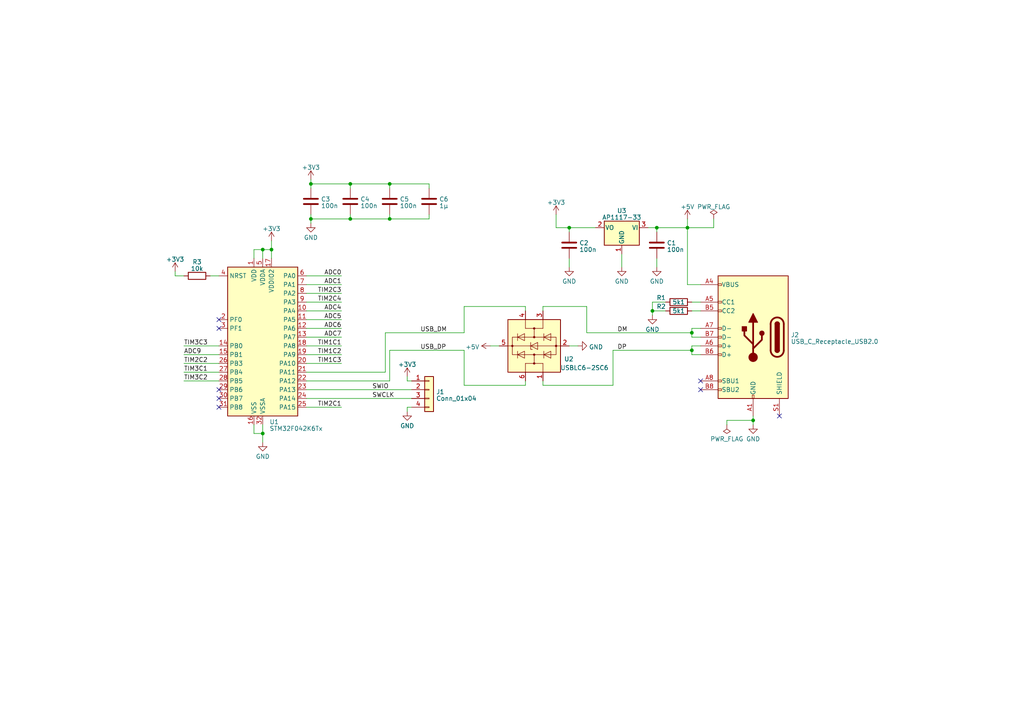
<source format=kicad_sch>
(kicad_sch (version 20230121) (generator eeschema)
  (paper "A4")
  (lib_symbols
    (symbol "Connector:USB_C_Receptacle_USB2.0" (pin_names (offset 1.016))
      (property "Reference" "J" (at -10.16 19.05 0))
      (property "Value" "USB_C_Receptacle_USB2.0" (at 19.05 19.05 0))
      (symbol "USB_C_Receptacle_USB2.0_0_0"
        (rectangle (start -0.254 -17.78) (end 0.254 -16.764))
        (rectangle (start 10.16 -14.986) (end 9.144 -15.494))
        (rectangle (start 10.16 -12.446) (end 9.144 -12.954))
        (rectangle (start 10.16 -4.826) (end 9.144 -5.334))
        (rectangle (start 10.16 -2.286) (end 9.144 -2.794))
        (rectangle (start 10.16 0.254) (end 9.144 -0.254))
        (rectangle (start 10.16 2.794) (end 9.144 2.286))
        (rectangle (start 10.16 7.874) (end 9.144 7.366))
        (rectangle (start 10.16 10.414) (end 9.144 9.906))
        (rectangle (start 10.16 15.494) (end 9.144 14.986))
      )
      (symbol "USB_C_Receptacle_USB2.0_0_1"
        (rectangle (start -10.16 17.78) (end 10.16 -17.78) (stroke (width 0.254)) (fill (type background)))
        (arc (start -8.89 -3.81) (mid -6.985 -5.7067) (end -5.08 -3.81) (stroke (width 0.508)))
        (arc (start -7.62 -3.81) (mid -6.985 -4.4423) (end -6.35 -3.81) (stroke (width 0.254)))
        (arc (start -7.62 -3.81) (mid -6.985 -4.4423) (end -6.35 -3.81) (stroke (width 0.254)) (fill (type outline)))
        (rectangle (start -7.62 -3.81) (end -6.35 3.81) (stroke (width 0.254)) (fill (type outline)))
        (arc (start -6.35 3.81) (mid -6.985 4.4423) (end -7.62 3.81) (stroke (width 0.254)))
        (arc (start -6.35 3.81) (mid -6.985 4.4423) (end -7.62 3.81) (stroke (width 0.254)) (fill (type outline)))
        (arc (start -5.08 3.81) (mid -6.985 5.7067) (end -8.89 3.81) (stroke (width 0.508)))
        (circle (center -2.54 1.143) (radius 0.635) (stroke (width 0.254)) (fill (type outline)))
        (circle (center 0 -5.842) (radius 1.27) (fill (type outline)))
        (polyline (pts (xy -8.89 -3.81) (xy -8.89 3.81)) (stroke (width 0.508)))
        (polyline (pts (xy -5.08 3.81) (xy -5.08 -3.81)) (stroke (width 0.508)))
        (polyline (pts (xy 0 -5.842) (xy 0 4.318)) (stroke (width 0.508)))
        (polyline (pts (xy 0 -3.302) (xy -2.54 -0.762) (xy -2.54 0.508)) (stroke (width 0.508)))
        (polyline (pts (xy 0 -2.032) (xy 2.54 0.508) (xy 2.54 1.778)) (stroke (width 0.508)))
        (polyline (pts (xy -1.27 4.318) (xy 0 6.858) (xy 1.27 4.318) (xy -1.27 4.318)) (stroke (width 0.254)) (fill (type outline)))
        (rectangle (start 1.905 1.778) (end 3.175 3.048) (stroke (width 0.254)) (fill (type outline)))
      )
      (symbol "USB_C_Receptacle_USB2.0_1_1"
        (pin passive line (at 0 -22.86 90) (length 5.08) (name "GND") (number "A1"))
        (pin passive line (at 0 -22.86 90) (length 5.08) hide (name "GND") (number "A12"))
        (pin passive line (at 15.24 15.24 180) (length 5.08) (name "VBUS") (number "A4"))
        (pin bidirectional line (at 15.24 10.16 180) (length 5.08) (name "CC1") (number "A5"))
        (pin bidirectional line (at 15.24 -2.54 180) (length 5.08) (name "D+") (number "A6"))
        (pin bidirectional line (at 15.24 2.54 180) (length 5.08) (name "D-") (number "A7"))
        (pin bidirectional line (at 15.24 -12.7 180) (length 5.08) (name "SBU1") (number "A8"))
        (pin passive line (at 15.24 15.24 180) (length 5.08) hide (name "VBUS") (number "A9"))
        (pin passive line (at 0 -22.86 90) (length 5.08) hide (name "GND") (number "B1"))
        (pin passive line (at 0 -22.86 90) (length 5.08) hide (name "GND") (number "B12"))
        (pin passive line (at 15.24 15.24 180) (length 5.08) hide (name "VBUS") (number "B4"))
        (pin bidirectional line (at 15.24 7.62 180) (length 5.08) (name "CC2") (number "B5"))
        (pin bidirectional line (at 15.24 -5.08 180) (length 5.08) (name "D+") (number "B6"))
        (pin bidirectional line (at 15.24 0 180) (length 5.08) (name "D-") (number "B7"))
        (pin bidirectional line (at 15.24 -15.24 180) (length 5.08) (name "SBU2") (number "B8"))
        (pin passive line (at 15.24 15.24 180) (length 5.08) hide (name "VBUS") (number "B9"))
        (pin passive line (at -7.62 -22.86 90) (length 5.08) (name "SHIELD") (number "S1"))
      )
    )
    (symbol "Connector_Generic:Conn_01x04" (pin_names (offset 1.016) hide)
      (property "Reference" "J" (at 0 5.08 0))
      (property "Value" "Conn_01x04" (at 0 -7.62 0))
      (symbol "Conn_01x04_1_1"
        (rectangle (start -1.27 -4.953) (end 0 -5.207) (stroke (width 0.1524)))
        (rectangle (start -1.27 -2.413) (end 0 -2.667) (stroke (width 0.1524)))
        (rectangle (start -1.27 0.127) (end 0 -0.127) (stroke (width 0.1524)))
        (rectangle (start -1.27 2.667) (end 0 2.413) (stroke (width 0.1524)))
        (rectangle (start -1.27 3.81) (end 1.27 -6.35) (stroke (width 0.254)) (fill (type background)))
        (pin passive line (at -5.08 2.54 0) (length 3.81) (name "Pin_1") (number "1"))
        (pin passive line (at -5.08 0 0) (length 3.81) (name "Pin_2") (number "2"))
        (pin passive line (at -5.08 -2.54 0) (length 3.81) (name "Pin_3") (number "3"))
        (pin passive line (at -5.08 -5.08 0) (length 3.81) (name "Pin_4") (number "4"))
      )
    )
    (symbol "Device:C" (pin_numbers hide) (pin_names (offset 0.254))
      (property "Reference" "C" (at 0.635 2.54 0))
      (property "Value" "C" (at 0.635 -2.54 0))
      (symbol "C_0_1"
        (polyline (pts (xy -2.032 -0.762) (xy 2.032 -0.762)) (stroke (width 0.508)))
        (polyline (pts (xy -2.032 0.762) (xy 2.032 0.762)) (stroke (width 0.508)))
      )
      (symbol "C_1_1"
        (pin passive line (at 0 3.81 270) (length 2.794) (name "~") (number "1"))
        (pin passive line (at 0 -3.81 90) (length 2.794) (name "~") (number "2"))
      )
    )
    (symbol "Device:R" (pin_numbers hide) (pin_names (offset 0))
      (property "Reference" "R" (at 2.032 0 90))
      (property "Value" "R" (at 0 0 90))
      (symbol "R_0_1"
        (rectangle (start -1.016 -2.54) (end 1.016 2.54) (stroke (width 0.254)))
      )
      (symbol "R_1_1"
        (pin passive line (at 0 3.81 270) (length 1.27) (name "~") (number "1"))
        (pin passive line (at 0 -3.81 90) (length 1.27) (name "~") (number "2"))
      )
    )
    (symbol "MCU_ST_STM32F0:STM32F042K6Tx"
      (property "Reference" "U" (at -10.16 21.59 0))
      (property "Value" "STM32F042K6Tx" (at 5.08 21.59 0))
      (symbol "STM32F042K6Tx_0_1"
        (rectangle (start -10.16 -22.86) (end 10.16 20.32) (stroke (width 0.254)) (fill (type background)))
      )
      (symbol "STM32F042K6Tx_1_1"
        (pin power_in line (at -2.54 22.86 270) (length 2.54) (name "VDD") (number "1"))
        (pin bidirectional line (at 12.7 7.62 180) (length 2.54) (name "PA4") (number "10"))
        (pin bidirectional line (at 12.7 5.08 180) (length 2.54) (name "PA5") (number "11"))
        (pin bidirectional line (at 12.7 2.54 180) (length 2.54) (name "PA6") (number "12"))
        (pin bidirectional line (at 12.7 0 180) (length 2.54) (name "PA7") (number "13"))
        (pin bidirectional line (at -12.7 -2.54 0) (length 2.54) (name "PB0") (number "14"))
        (pin bidirectional line (at -12.7 -5.08 0) (length 2.54) (name "PB1") (number "15"))
        (pin power_in line (at -2.54 -25.4 90) (length 2.54) (name "VSS") (number "16"))
        (pin power_in line (at 2.54 22.86 270) (length 2.54) (name "VDDIO2") (number "17"))
        (pin bidirectional line (at 12.7 -2.54 180) (length 2.54) (name "PA8") (number "18"))
        (pin bidirectional line (at 12.7 -5.08 180) (length 2.54) (name "PA9") (number "19"))
        (pin input line (at -12.7 5.08 0) (length 2.54) (name "PF0") (number "2"))
        (pin bidirectional line (at 12.7 -7.62 180) (length 2.54) (name "PA10") (number "20"))
        (pin bidirectional line (at 12.7 -10.16 180) (length 2.54) (name "PA11") (number "21"))
        (pin bidirectional line (at 12.7 -12.7 180) (length 2.54) (name "PA12") (number "22"))
        (pin bidirectional line (at 12.7 -15.24 180) (length 2.54) (name "PA13") (number "23"))
        (pin bidirectional line (at 12.7 -17.78 180) (length 2.54) (name "PA14") (number "24"))
        (pin bidirectional line (at 12.7 -20.32 180) (length 2.54) (name "PA15") (number "25"))
        (pin bidirectional line (at -12.7 -7.62 0) (length 2.54) (name "PB3") (number "26"))
        (pin bidirectional line (at -12.7 -10.16 0) (length 2.54) (name "PB4") (number "27"))
        (pin bidirectional line (at -12.7 -12.7 0) (length 2.54) (name "PB5") (number "28"))
        (pin bidirectional line (at -12.7 -15.24 0) (length 2.54) (name "PB6") (number "29"))
        (pin input line (at -12.7 2.54 0) (length 2.54) (name "PF1") (number "3"))
        (pin bidirectional line (at -12.7 -17.78 0) (length 2.54) (name "PB7") (number "30"))
        (pin bidirectional line (at -12.7 -20.32 0) (length 2.54) (name "PB8") (number "31"))
        (pin power_in line (at 0 -25.4 90) (length 2.54) (name "VSSA") (number "32"))
        (pin input line (at -12.7 17.78 0) (length 2.54) (name "NRST") (number "4"))
        (pin power_in line (at 0 22.86 270) (length 2.54) (name "VDDA") (number "5"))
        (pin bidirectional line (at 12.7 17.78 180) (length 2.54) (name "PA0") (number "6"))
        (pin bidirectional line (at 12.7 15.24 180) (length 2.54) (name "PA1") (number "7"))
        (pin bidirectional line (at 12.7 12.7 180) (length 2.54) (name "PA2") (number "8"))
        (pin bidirectional line (at 12.7 10.16 180) (length 2.54) (name "PA3") (number "9"))
      )
    )
    (symbol "Power_Protection:USBLC6-2SC6" (pin_names hide)
      (property "Reference" "U" (at 2.54 8.89 0))
      (property "Value" "USBLC6-2SC6" (at 2.54 -8.89 0))
      (symbol "USBLC6-2SC6_0_1"
        (rectangle (start -7.62 -7.62) (end 7.62 7.62) (stroke (width 0.254)) (fill (type background)))
        (circle (center -5.08 0) (radius 0.254) (fill (type outline)))
        (circle (center -2.54 0) (radius 0.254) (fill (type outline)))
        (rectangle (start -2.54 6.35) (end 2.54 -6.35))
        (circle (center 0 -6.35) (radius 0.254) (fill (type outline)))
        (polyline (pts (xy -5.08 -2.54) (xy -7.62 -2.54)))
        (polyline (pts (xy -5.08 0) (xy -5.08 -2.54)))
        (polyline (pts (xy -5.08 2.54) (xy -7.62 2.54)))
        (polyline (pts (xy -1.524 -2.794) (xy -3.556 -2.794)))
        (polyline (pts (xy -1.524 4.826) (xy -3.556 4.826)))
        (polyline (pts (xy 0 -7.62) (xy 0 -6.35)))
        (polyline (pts (xy 0 -6.35) (xy 0 1.27)))
        (polyline (pts (xy 0 1.27) (xy 0 6.35)))
        (polyline (pts (xy 0 6.35) (xy 0 7.62)))
        (polyline (pts (xy 1.524 -2.794) (xy 3.556 -2.794)))
        (polyline (pts (xy 1.524 4.826) (xy 3.556 4.826)))
        (polyline (pts (xy 5.08 -2.54) (xy 7.62 -2.54)))
        (polyline (pts (xy 5.08 0) (xy 5.08 -2.54)))
        (polyline (pts (xy 5.08 2.54) (xy 7.62 2.54)))
        (polyline (pts (xy -2.54 0) (xy -5.08 0) (xy -5.08 2.54)))
        (polyline (pts (xy 2.54 0) (xy 5.08 0) (xy 5.08 2.54)))
        (polyline (pts (xy -3.556 -4.826) (xy -1.524 -4.826) (xy -2.54 -2.794) (xy -3.556 -4.826)))
        (polyline (pts (xy -3.556 2.794) (xy -1.524 2.794) (xy -2.54 4.826) (xy -3.556 2.794)))
        (polyline (pts (xy -1.016 -1.016) (xy 1.016 -1.016) (xy 0 1.016) (xy -1.016 -1.016)))
        (polyline (pts (xy 1.016 1.016) (xy 0.762 1.016) (xy -1.016 1.016) (xy -1.016 0.508)))
        (polyline (pts (xy 3.556 -4.826) (xy 1.524 -4.826) (xy 2.54 -2.794) (xy 3.556 -4.826)))
        (polyline (pts (xy 3.556 2.794) (xy 1.524 2.794) (xy 2.54 4.826) (xy 3.556 2.794)))
        (circle (center 0 6.35) (radius 0.254) (fill (type outline)))
        (circle (center 2.54 0) (radius 0.254) (fill (type outline)))
        (circle (center 5.08 0) (radius 0.254) (fill (type outline)))
      )
      (symbol "USBLC6-2SC6_1_1"
        (pin passive line (at -10.16 -2.54 0) (length 2.54) (name "I/O1") (number "1"))
        (pin passive line (at 0 -10.16 90) (length 2.54) (name "GND") (number "2"))
        (pin passive line (at 10.16 -2.54 180) (length 2.54) (name "I/O2") (number "3"))
        (pin passive line (at 10.16 2.54 180) (length 2.54) (name "I/O2") (number "4"))
        (pin passive line (at 0 10.16 270) (length 2.54) (name "VBUS") (number "5"))
        (pin passive line (at -10.16 2.54 0) (length 2.54) (name "I/O1") (number "6"))
      )
    )
    (symbol "Regulator_Linear:AP1117-33" (pin_names (offset 0.254))
      (property "Reference" "U" (at -3.81 3.175 0))
      (property "Value" "AP1117-33" (at 0 3.175 0))
      (symbol "AP1117-33_0_1"
        (rectangle (start -5.08 -5.08) (end 5.08 1.905) (stroke (width 0.254)) (fill (type background)))
      )
      (symbol "AP1117-33_1_1"
        (pin power_in line (at 0 -7.62 90) (length 2.54) (name "GND") (number "1"))
        (pin power_out line (at 7.62 0 180) (length 2.54) (name "VO") (number "2"))
        (pin power_in line (at -7.62 0 0) (length 2.54) (name "VI") (number "3"))
      )
    )
    (symbol "power:+3V3" (power) (pin_names (offset 0))
      (property "Value" "+3V3" (at 0 3.556 0))
      (symbol "+3V3_0_1"
        (polyline (pts (xy -0.762 1.27) (xy 0 2.54)))
        (polyline (pts (xy 0 0) (xy 0 2.54)))
        (polyline (pts (xy 0 2.54) (xy 0.762 1.27)))
      )
      (symbol "+3V3_1_1"
        (pin power_in line (at 0 0 90) (length 0) hide (name "+3V3") (number "1"))
      )
    )
    (symbol "power:+5V" (power) (pin_names (offset 0))
      (property "Value" "+5V" (at 0 3.556 0))
      (symbol "+5V_0_1"
        (polyline (pts (xy -0.762 1.27) (xy 0 2.54)))
        (polyline (pts (xy 0 0) (xy 0 2.54)))
        (polyline (pts (xy 0 2.54) (xy 0.762 1.27)))
      )
      (symbol "+5V_1_1"
        (pin power_in line (at 0 0 90) (length 0) hide (name "+5V") (number "1"))
      )
    )
    (symbol "power:GND" (power) (pin_names (offset 0))
      (property "Value" "GND" (at 0 -3.81 0))
      (symbol "GND_0_1"
        (polyline (pts (xy 0 0) (xy 0 -1.27) (xy 1.27 -1.27) (xy 0 -2.54) (xy -1.27 -1.27) (xy 0 -1.27)))
      )
      (symbol "GND_1_1"
        (pin power_in line (at 0 0 270) (length 0) hide (name "GND") (number "1"))
      )
    )
    (symbol "power:PWR_FLAG" (power) (pin_numbers hide) (pin_names (offset 0) hide)
      (property "Value" "PWR_FLAG" (at 0 3.81 0))
      (symbol "PWR_FLAG_0_0"
        (pin power_out line (at 0 0 90) (length 0) (name "pwr") (number "1"))
      )
      (symbol "PWR_FLAG_0_1"
        (polyline (pts (xy 0 0) (xy 0 1.27) (xy -1.016 1.905) (xy 0 2.54) (xy 1.016 1.905) (xy 0 1.27)))
      )
    )
  )
  (junction (at 199.39 66.04))
  (junction (at 189.23 90.17))
  (junction (at 101.6 63.5))
  (junction (at 90.17 63.5))
  (junction (at 78.74 72.39))
  (junction (at 90.17 53.34))
  (junction (at 190.5 66.04))
  (junction (at 200.66 96.52))
  (junction (at 76.2 125.73))
  (junction (at 218.44 121.92))
  (junction (at 76.2 72.39))
  (junction (at 113.03 53.34))
  (junction (at 165.1 66.04))
  (junction (at 113.03 63.5))
  (junction (at 101.6 53.34))
  (junction (at 200.66 101.6))
  (no_connect (at 63.5 92.71))
  (no_connect (at 63.5 118.11))
  (no_connect (at 63.5 113.03))
  (no_connect (at 63.5 95.25))
  (no_connect (at 63.5 115.57))
  (no_connect (at 226.06 120.65))
  (no_connect (at 203.2 113.03))
  (no_connect (at 203.2 110.49))
  (wire (pts (xy 134.62 96.52) (xy 134.62 88.9)))
  (wire (pts (xy 157.48 88.9) (xy 170.18 88.9)))
  (wire (pts (xy 157.48 110.49) (xy 157.48 111.76)))
  (wire (pts (xy 88.9 102.87) (xy 99.06 102.87)))
  (wire (pts (xy 165.1 66.04) (xy 172.72 66.04)))
  (wire (pts (xy 189.23 90.17) (xy 189.23 87.63)))
  (wire (pts (xy 161.29 62.23) (xy 161.29 66.04)))
  (wire (pts (xy 199.39 82.55) (xy 199.39 66.04)))
  (wire (pts (xy 190.5 66.04) (xy 190.5 67.31)))
  (wire (pts (xy 101.6 53.34) (xy 101.6 54.61)))
  (wire (pts (xy 88.9 85.09) (xy 99.06 85.09)))
  (wire (pts (xy 78.74 69.85) (xy 78.74 72.39)))
  (wire (pts (xy 189.23 91.44) (xy 189.23 90.17)))
  (wire (pts (xy 207.01 63.5) (xy 207.01 66.04)))
  (wire (pts (xy 76.2 72.39) (xy 76.2 74.93)))
  (wire (pts (xy 90.17 63.5) (xy 90.17 64.77)))
  (wire (pts (xy 53.34 102.87) (xy 63.5 102.87)))
  (wire (pts (xy 101.6 62.23) (xy 101.6 63.5)))
  (wire (pts (xy 152.4 111.76) (xy 152.4 110.49)))
  (wire (pts (xy 88.9 118.11) (xy 99.06 118.11)))
  (wire (pts (xy 88.9 97.79) (xy 99.06 97.79)))
  (wire (pts (xy 73.66 123.19) (xy 73.66 125.73)))
  (wire (pts (xy 165.1 66.04) (xy 165.1 67.31)))
  (wire (pts (xy 152.4 88.9) (xy 152.4 90.17)))
  (wire (pts (xy 199.39 63.5) (xy 199.39 66.04)))
  (wire (pts (xy 76.2 123.19) (xy 76.2 125.73)))
  (wire (pts (xy 177.8 101.6) (xy 200.66 101.6)))
  (wire (pts (xy 88.9 87.63) (xy 99.06 87.63)))
  (wire (pts (xy 101.6 63.5) (xy 90.17 63.5)))
  (wire (pts (xy 111.76 96.52) (xy 134.62 96.52)))
  (wire (pts (xy 88.9 107.95) (xy 111.76 107.95)))
  (wire (pts (xy 88.9 95.25) (xy 99.06 95.25)))
  (wire (pts (xy 134.62 111.76) (xy 152.4 111.76)))
  (wire (pts (xy 200.66 95.25) (xy 203.2 95.25)))
  (wire (pts (xy 90.17 62.23) (xy 90.17 63.5)))
  (wire (pts (xy 124.46 53.34) (xy 124.46 54.61)))
  (wire (pts (xy 113.03 110.49) (xy 113.03 101.6)))
  (wire (pts (xy 88.9 80.01) (xy 99.06 80.01)))
  (wire (pts (xy 53.34 100.33) (xy 63.5 100.33)))
  (wire (pts (xy 207.01 66.04) (xy 199.39 66.04)))
  (wire (pts (xy 76.2 125.73) (xy 76.2 128.27)))
  (wire (pts (xy 88.9 110.49) (xy 113.03 110.49)))
  (wire (pts (xy 200.66 100.33) (xy 203.2 100.33)))
  (wire (pts (xy 199.39 66.04) (xy 190.5 66.04)))
  (wire (pts (xy 53.34 107.95) (xy 63.5 107.95)))
  (wire (pts (xy 76.2 72.39) (xy 78.74 72.39)))
  (wire (pts (xy 113.03 101.6) (xy 134.62 101.6)))
  (wire (pts (xy 118.11 109.22) (xy 118.11 110.49)))
  (wire (pts (xy 165.1 74.93) (xy 165.1 77.47)))
  (wire (pts (xy 90.17 52.07) (xy 90.17 53.34)))
  (wire (pts (xy 111.76 107.95) (xy 111.76 96.52)))
  (wire (pts (xy 124.46 63.5) (xy 113.03 63.5)))
  (wire (pts (xy 50.8 78.74) (xy 50.8 80.01)))
  (wire (pts (xy 218.44 120.65) (xy 218.44 121.92)))
  (wire (pts (xy 200.66 95.25) (xy 200.66 96.52)))
  (wire (pts (xy 124.46 62.23) (xy 124.46 63.5)))
  (wire (pts (xy 88.9 105.41) (xy 99.06 105.41)))
  (wire (pts (xy 177.8 111.76) (xy 177.8 101.6)))
  (wire (pts (xy 180.34 73.66) (xy 180.34 77.47)))
  (wire (pts (xy 142.24 100.33) (xy 144.78 100.33)))
  (wire (pts (xy 210.82 123.19) (xy 210.82 121.92)))
  (wire (pts (xy 90.17 53.34) (xy 101.6 53.34)))
  (wire (pts (xy 88.9 82.55) (xy 99.06 82.55)))
  (wire (pts (xy 118.11 110.49) (xy 119.38 110.49)))
  (wire (pts (xy 113.03 63.5) (xy 101.6 63.5)))
  (wire (pts (xy 90.17 53.34) (xy 90.17 54.61)))
  (wire (pts (xy 60.96 80.01) (xy 63.5 80.01)))
  (wire (pts (xy 73.66 74.93) (xy 73.66 72.39)))
  (wire (pts (xy 157.48 90.17) (xy 157.48 88.9)))
  (wire (pts (xy 190.5 74.93) (xy 190.5 77.47)))
  (wire (pts (xy 53.34 105.41) (xy 63.5 105.41)))
  (wire (pts (xy 170.18 88.9) (xy 170.18 96.52)))
  (wire (pts (xy 200.66 101.6) (xy 200.66 102.87)))
  (wire (pts (xy 88.9 113.03) (xy 119.38 113.03)))
  (wire (pts (xy 210.82 121.92) (xy 218.44 121.92)))
  (wire (pts (xy 165.1 100.33) (xy 167.64 100.33)))
  (wire (pts (xy 200.66 90.17) (xy 203.2 90.17)))
  (wire (pts (xy 113.03 53.34) (xy 124.46 53.34)))
  (wire (pts (xy 157.48 111.76) (xy 177.8 111.76)))
  (wire (pts (xy 113.03 53.34) (xy 113.03 54.61)))
  (wire (pts (xy 189.23 90.17) (xy 193.04 90.17)))
  (wire (pts (xy 88.9 115.57) (xy 119.38 115.57)))
  (wire (pts (xy 200.66 96.52) (xy 200.66 97.79)))
  (wire (pts (xy 200.66 87.63) (xy 203.2 87.63)))
  (wire (pts (xy 189.23 87.63) (xy 193.04 87.63)))
  (wire (pts (xy 101.6 53.34) (xy 113.03 53.34)))
  (wire (pts (xy 73.66 125.73) (xy 76.2 125.73)))
  (wire (pts (xy 203.2 97.79) (xy 200.66 97.79)))
  (wire (pts (xy 190.5 66.04) (xy 187.96 66.04)))
  (wire (pts (xy 118.11 119.38) (xy 118.11 118.11)))
  (wire (pts (xy 134.62 101.6) (xy 134.62 111.76)))
  (wire (pts (xy 203.2 102.87) (xy 200.66 102.87)))
  (wire (pts (xy 73.66 72.39) (xy 76.2 72.39)))
  (wire (pts (xy 50.8 80.01) (xy 53.34 80.01)))
  (wire (pts (xy 134.62 88.9) (xy 152.4 88.9)))
  (wire (pts (xy 118.11 118.11) (xy 119.38 118.11)))
  (wire (pts (xy 170.18 96.52) (xy 200.66 96.52)))
  (wire (pts (xy 161.29 66.04) (xy 165.1 66.04)))
  (wire (pts (xy 203.2 82.55) (xy 199.39 82.55)))
  (wire (pts (xy 218.44 121.92) (xy 218.44 123.19)))
  (wire (pts (xy 113.03 62.23) (xy 113.03 63.5)))
  (wire (pts (xy 88.9 90.17) (xy 99.06 90.17)))
  (wire (pts (xy 88.9 92.71) (xy 99.06 92.71)))
  (wire (pts (xy 53.34 110.49) (xy 63.5 110.49)))
  (wire (pts (xy 78.74 72.39) (xy 78.74 74.93)))
  (wire (pts (xy 88.9 100.33) (xy 99.06 100.33)))
  (wire (pts (xy 200.66 100.33) (xy 200.66 101.6)))
  (label "ADC4" (at 99.06 90.17 180))
  (label "DP" (at 179.07 101.6 0))
  (label "ADC0" (at 99.06 80.01 180))
  (label "TIM3C1" (at 53.34 107.95 0))
  (label "ADC5" (at 99.06 92.71 180))
  (label "SWIO" (at 107.95 113.03 0))
  (label "ADC1" (at 99.06 82.55 180))
  (label "TIM2C1" (at 99.06 118.11 180))
  (label "TIM3C2" (at 53.34 110.49 0))
  (label "TIM2C4" (at 99.06 87.63 180))
  (label "TIM1C3" (at 99.06 105.41 180))
  (label "ADC9" (at 53.34 102.87 0))
  (label "TIM1C2" (at 99.06 102.87 180))
  (label "ADC7" (at 99.06 97.79 180))
  (label "DM" (at 179.07 96.52 0))
  (label "USB_DM" (at 121.92 96.52 0))
  (label "TIM2C3" (at 99.06 85.09 180))
  (label "USB_DP" (at 121.92 101.6 0))
  (label "TIM3C3" (at 53.34 100.33 0))
  (label "ADC6" (at 99.06 95.25 180))
  (label "TIM2C2" (at 53.34 105.41 0))
  (label "SWCLK" (at 107.95 115.57 0))
  (label "TIM1C1" (at 99.06 100.33 180))
  (symbol (lib_id "power:+5V") (at 199.39 63.5 0) (unit 1)
    (property "Reference" "#PWR07" (effects hide))
    (property "Value" "+5V" (at 199.39 59.9981 0))
  )
  (symbol (lib_id "power:GND") (at 90.17 64.77 0) (unit 1)
    (property "Reference" "#PWR016" (effects hide))
    (property "Value" "GND" (at 90.17 68.9055 0))
  )
  (symbol (lib_id "power:GND") (at 118.11 119.38 0) (unit 1)
    (property "Reference" "#PWR04" (effects hide))
    (property "Value" "GND" (at 118.11 123.5155 0))
  )
  (symbol (lib_id "power:+5V") (at 142.24 100.33 90) (unit 1)
    (property "Reference" "#PWR06" (effects hide))
    (property "Value" "+5V" (at 139.0651 100.6468 90) (effects (justify left)))
  )
  (symbol (lib_id "power:PWR_FLAG") (at 207.01 63.5 0) (unit 1)
    (property "Reference" "#FLG02" (effects hide))
    (property "Value" "PWR_FLAG" (at 207.01 59.9981 0))
  )
  (symbol (lib_id "power:GND") (at 190.5 77.47 0) (unit 1)
    (property "Reference" "#PWR011" (effects hide))
    (property "Value" "GND" (at 190.5 81.6055 0))
  )
  (symbol (lib_id "power:+3V3") (at 90.17 52.07 0) (unit 1)
    (property "Reference" "#PWR015" (effects hide))
    (property "Value" "+3V3" (at 90.17 48.5681 0))
  )
  (symbol (lib_id "power:PWR_FLAG") (at 210.82 123.19 180) (unit 1)
    (property "Reference" "#FLG01" (effects hide))
    (property "Value" "PWR_FLAG" (at 210.82 127.3255 0))
  )
  (symbol (lib_id "Device:C") (at 113.03 58.42 0) (unit 1)
    (property "Reference" "C5" (at 115.951 57.7763 0) (effects (justify left)))
    (property "Value" "100n" (at 115.951 59.6973 0) (effects (justify left)))
    (property "Footprint" "eigene:0603_1608Metric_Pad1.08x0.95mm_MidMount" (effects hide))
  )
  (symbol (lib_id "Device:C") (at 190.5 71.12 0) (unit 1)
    (property "Reference" "C1" (at 193.421 70.4763 0) (effects (justify left)))
    (property "Value" "100n" (at 193.421 72.3973 0) (effects (justify left)))
    (property "Footprint" "eigene:0603_1608Metric_Pad1.08x0.95mm_MidMount" (effects hide))
  )
  (symbol (lib_id "power:+3V3") (at 50.8 78.74 0) (unit 1)
    (property "Reference" "#PWR014" (effects hide))
    (property "Value" "+3V3" (at 50.8 75.2381 0))
  )
  (symbol (lib_id "MCU_ST_STM32F0:STM32F042K6Tx") (at 76.2 97.79 0) (unit 1)
    (property "Reference" "U1" (at 78.1559 122.3725 0) (effects (justify left)))
    (property "Value" "STM32F042K6Tx" (at 78.1559 124.2935 0) (effects (justify left)))
    (property "Footprint" "eigene:LQFP-32_7x7mm_P0.8mm_midmount" (effects hide))
    (property "Datasheet" "http://www.st.com/st-web-ui/static/active/en/resource/technical/document/datasheet/DM00105814.pdf" (effects hide))
  )
  (symbol (lib_id "Device:C") (at 165.1 71.12 0) (unit 1)
    (property "Reference" "C2" (at 168.021 70.4763 0) (effects (justify left)))
    (property "Value" "100n" (at 168.021 72.3973 0) (effects (justify left)))
    (property "Footprint" "eigene:0603_1608Metric_Pad1.08x0.95mm_MidMount" (effects hide))
  )
  (symbol (lib_id "Device:C") (at 90.17 58.42 0) (unit 1)
    (property "Reference" "C3" (at 93.091 57.7763 0) (effects (justify left)))
    (property "Value" "100n" (at 93.091 59.6973 0) (effects (justify left)))
    (property "Footprint" "eigene:0603_1608Metric_Pad1.08x0.95mm_MidMount" (effects hide))
  )
  (symbol (lib_id "Power_Protection:USBLC6-2SC6") (at 154.94 100.33 90) (unit 1)
    (property "Reference" "U2" (at 166.37 104.14 90) (effects (justify left)))
    (property "Value" "USBLC6-2SC6" (at 176.53 106.68 90) (effects (justify left)))
    (property "Footprint" "eigene:SOT-23-6_MidMount" (effects hide))
    (property "Datasheet" "https://www.st.com/resource/en/datasheet/usblc6-2.pdf" (effects hide))
  )
  (symbol (lib_id "power:+3V3") (at 78.74 69.85 0) (unit 1)
    (property "Reference" "#PWR02" (effects hide))
    (property "Value" "+3V3" (at 78.74 66.3481 0))
  )
  (symbol (lib_id "power:+3V3") (at 161.29 62.23 0) (unit 1)
    (property "Reference" "#PWR08" (effects hide))
    (property "Value" "+3V3" (at 161.29 58.7281 0))
  )
  (symbol (lib_id "Device:C") (at 101.6 58.42 0) (unit 1)
    (property "Reference" "C4" (at 104.521 57.7763 0) (effects (justify left)))
    (property "Value" "100n" (at 104.521 59.6973 0) (effects (justify left)))
    (property "Footprint" "eigene:0603_1608Metric_Pad1.08x0.95mm_MidMount" (effects hide))
  )
  (symbol (lib_id "Device:R") (at 196.85 90.17 90) (unit 1)
    (property "Reference" "R2" (at 191.77 88.9 90))
    (property "Value" "5k1" (at 196.85 90.17 90))
    (property "Footprint" "eigene:0603_1608Metric_Pad1.08x0.95mm_MidMount" (effects hide))
  )
  (symbol (lib_id "Device:R") (at 57.15 80.01 90) (unit 1)
    (property "Reference" "R3" (at 57.15 75.9841 90))
    (property "Value" "10k" (at 57.15 77.9051 90))
    (property "Footprint" "eigene:0603_1608Metric_Pad1.08x0.95mm_MidMount" (effects hide))
  )
  (symbol (lib_id "Connector:USB_C_Receptacle_USB2.0") (at 218.44 97.79 0) (mirror y) (unit 1)
    (property "Reference" "J2" (at 229.362 97.1463 0) (effects (justify right)))
    (property "Value" "USB_C_Receptacle_USB2.0" (at 229.362 99.0673 0) (effects (justify right)))
    (property "Footprint" "eigene:USB_C_PCB" (effects hide))
    (property "Datasheet" "https://www.usb.org/sites/default/files/documents/usb_type-c.zip" (effects hide))
  )
  (symbol (lib_id "power:GND") (at 180.34 77.47 0) (unit 1)
    (property "Reference" "#PWR09" (effects hide))
    (property "Value" "GND" (at 180.34 81.6055 0))
  )
  (symbol (lib_id "power:+3V3") (at 118.11 109.22 0) (unit 1)
    (property "Reference" "#PWR03" (effects hide))
    (property "Value" "+3V3" (at 118.11 105.7181 0))
  )
  (symbol (lib_id "power:GND") (at 218.44 123.19 0) (unit 1)
    (property "Reference" "#PWR012" (effects hide))
    (property "Value" "GND" (at 218.44 127.3255 0))
  )
  (symbol (lib_id "Connector_Generic:Conn_01x04") (at 124.46 113.03 0) (unit 1)
    (property "Reference" "J1" (at 126.492 113.6563 0) (effects (justify left)))
    (property "Value" "Conn_01x04" (at 126.492 115.5773 0) (effects (justify left)))
    (property "Footprint" "eigene:SWD_PADS" (effects hide))
  )
  (symbol (lib_id "Device:R") (at 196.85 87.63 90) (unit 1)
    (property "Reference" "R1" (at 191.77 86.36 90))
    (property "Value" "5k1" (at 196.85 87.63 90))
    (property "Footprint" "eigene:0603_1608Metric_Pad1.08x0.95mm_MidMount" (effects hide))
  )
  (symbol (lib_id "power:GND") (at 189.23 91.44 0) (unit 1)
    (property "Reference" "#PWR013" (effects hide))
    (property "Value" "GND" (at 189.23 95.5755 0))
  )
  (symbol (lib_id "Device:C") (at 124.46 58.42 0) (unit 1)
    (property "Reference" "C6" (at 127.381 57.7763 0) (effects (justify left)))
    (property "Value" "1µ" (at 127.381 59.6973 0) (effects (justify left)))
    (property "Footprint" "eigene:0603_1608Metric_Pad1.08x0.95mm_MidMount" (effects hide))
  )
  (symbol (lib_id "Regulator_Linear:AP1117-33") (at 180.34 66.04 0) (mirror y) (unit 1)
    (property "Reference" "U3" (at 180.34 61.1251 0))
    (property "Value" "AP1117-33" (at 180.34 63.0461 0))
    (property "Footprint" "eigene:SOT-223-3_TabPin2_MidMount" (effects hide))
    (property "Datasheet" "http://www.diodes.com/datasheets/AP1117.pdf" (effects hide))
  )
  (symbol (lib_id "power:GND") (at 165.1 77.47 0) (unit 1)
    (property "Reference" "#PWR010" (effects hide))
    (property "Value" "GND" (at 165.1 81.6055 0))
  )
  (symbol (lib_id "power:GND") (at 167.64 100.33 90) (unit 1)
    (property "Reference" "#PWR05" (effects hide))
    (property "Value" "GND" (at 170.815 100.6468 90) (effects (justify right)))
  )
  (symbol (lib_id "power:GND") (at 76.2 128.27 0) (unit 1)
    (property "Reference" "#PWR01" (effects hide))
    (property "Value" "GND" (at 76.2 132.4055 0))
  )
)
</source>
